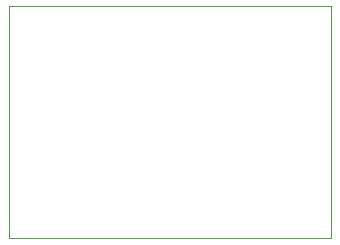
<source format=gbr>
G04 #@! TF.GenerationSoftware,KiCad,Pcbnew,(5.1.0)-1*
G04 #@! TF.CreationDate,2019-06-17T22:32:11+07:00*
G04 #@! TF.ProjectId,RCswitch2,52437377-6974-4636-9832-2e6b69636164,rev?*
G04 #@! TF.SameCoordinates,Original*
G04 #@! TF.FileFunction,Profile,NP*
%FSLAX46Y46*%
G04 Gerber Fmt 4.6, Leading zero omitted, Abs format (unit mm)*
G04 Created by KiCad (PCBNEW (5.1.0)-1) date 2019-06-17 22:32:11*
%MOMM*%
%LPD*%
G04 APERTURE LIST*
%ADD10C,0.120000*%
G04 APERTURE END LIST*
D10*
X25781000Y-58293000D02*
X25781000Y-38608000D01*
X53086000Y-58293000D02*
X25781000Y-58293000D01*
X53086000Y-38608000D02*
X53086000Y-58293000D01*
X25781000Y-38608000D02*
X53086000Y-38608000D01*
M02*

</source>
